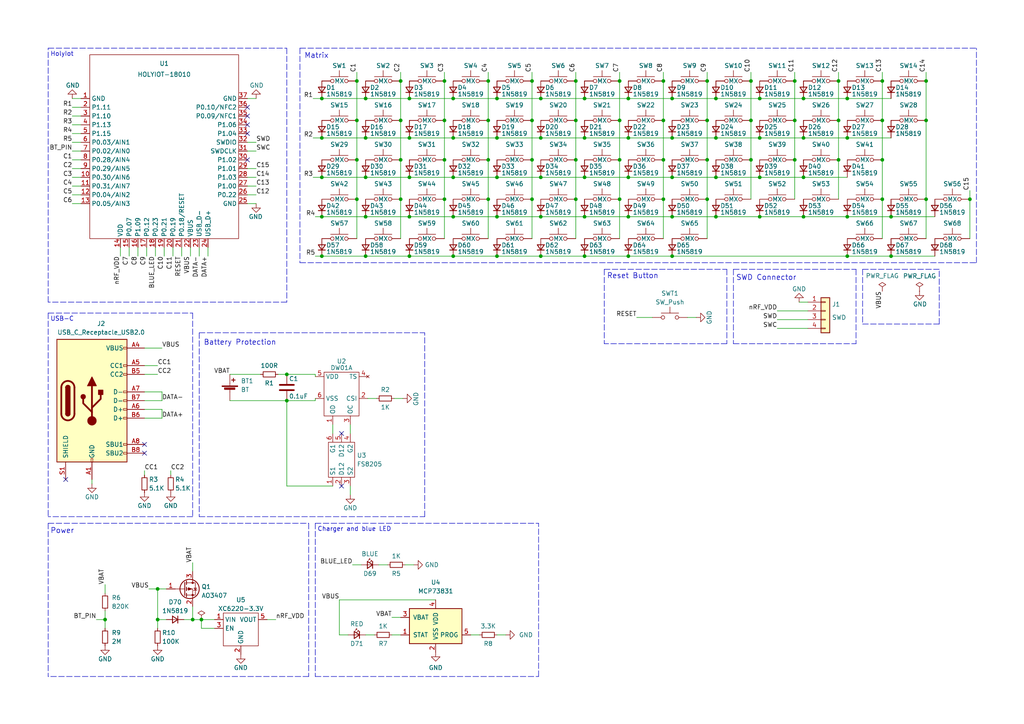
<source format=kicad_sch>
(kicad_sch (version 20211123) (generator eeschema)
  (paper "A4")
  (title_block (title "DNKR") (date "2023-01-04") (rev "1.0") (company "Ladniy"))
  (junction (at 106.045 28.575))
  (junction (at 118.745 28.575))
  (junction (at 207.645 62.865))
  (junction (at 220.345 40.005))
  (junction (at 154.305 46.355))
  (junction (at 116.205 46.355))
  (junction (at 281.305 57.785))
  (junction (at 156.845 74.295))
  (junction (at 169.545 62.865))
  (junction (at 258.445 74.295))
  (junction (at 106.045 62.865))
  (junction (at 245.745 62.865))
  (junction (at 220.345 62.865))
  (junction (at 156.845 51.435))
  (junction (at 179.705 46.355))
  (junction (at 141.605 57.785))
  (junction (at 192.405 23.495))
  (junction (at 103.505 34.925))
  (junction (at 116.205 57.785))
  (junction (at 182.245 40.005))
  (junction (at 205.105 57.785))
  (junction (at 118.745 62.865))
  (junction (at 230.505 23.495))
  (junction (at 233.045 28.575))
  (junction (at 141.605 23.495))
  (junction (at 179.705 23.495))
  (junction (at 106.045 51.435))
  (junction (at 245.745 74.295))
  (junction (at 55.88 179.705) (diameter 0.9144))
  (junction (at 144.145 74.295))
  (junction (at 167.005 57.785))
  (junction (at 230.505 46.355))
  (junction (at 103.505 46.355))
  (junction (at 93.345 40.005))
  (junction (at 192.405 46.355))
  (junction (at 243.205 46.355))
  (junction (at 131.445 62.865))
  (junction (at 194.945 51.435))
  (junction (at 194.945 40.005))
  (junction (at 233.045 51.435))
  (junction (at 128.905 57.785))
  (junction (at 182.245 74.295))
  (junction (at 220.345 51.435))
  (junction (at 169.545 28.575))
  (junction (at 144.145 62.865))
  (junction (at 192.405 34.925))
  (junction (at 128.905 23.495))
  (junction (at 207.645 40.005))
  (junction (at 93.345 28.575))
  (junction (at 194.945 74.295))
  (junction (at 230.505 34.925))
  (junction (at 255.905 34.925))
  (junction (at 207.645 51.435))
  (junction (at 131.445 40.005))
  (junction (at 243.205 23.495))
  (junction (at 255.905 46.355))
  (junction (at 45.72 170.815) (diameter 0.9144))
  (junction (at 217.805 23.495))
  (junction (at 194.945 62.865))
  (junction (at 217.805 46.355))
  (junction (at 220.345 28.575))
  (junction (at 182.245 28.575))
  (junction (at 245.745 28.575))
  (junction (at 154.305 23.495))
  (junction (at 217.805 34.925))
  (junction (at 169.545 74.295))
  (junction (at 167.005 34.925))
  (junction (at 131.445 51.435))
  (junction (at 131.445 28.575))
  (junction (at 167.005 46.355))
  (junction (at 93.345 62.865))
  (junction (at 30.48 179.705))
  (junction (at 245.745 40.005))
  (junction (at 93.345 51.435))
  (junction (at 179.705 34.925))
  (junction (at 194.945 28.575))
  (junction (at 258.445 62.865))
  (junction (at 233.045 62.865))
  (junction (at 268.605 34.925))
  (junction (at 205.105 46.355))
  (junction (at 106.045 74.295))
  (junction (at 243.205 34.925))
  (junction (at 141.605 46.355))
  (junction (at 144.145 51.435))
  (junction (at 192.405 57.785))
  (junction (at 83.185 108.585))
  (junction (at 207.645 28.575))
  (junction (at 141.605 34.925))
  (junction (at 255.905 57.785))
  (junction (at 268.605 57.785))
  (junction (at 179.705 57.785))
  (junction (at 118.745 51.435))
  (junction (at 182.245 51.435))
  (junction (at 156.845 28.575))
  (junction (at 103.505 57.785))
  (junction (at 116.205 23.495))
  (junction (at 128.905 46.355))
  (junction (at 255.905 23.495))
  (junction (at 83.185 116.205))
  (junction (at 118.745 40.005))
  (junction (at 128.905 34.925))
  (junction (at 156.845 40.005))
  (junction (at 116.205 34.925))
  (junction (at 45.72 179.705) (diameter 0.9144))
  (junction (at 118.745 74.295))
  (junction (at 233.045 40.005))
  (junction (at 144.145 40.005))
  (junction (at 182.245 62.865))
  (junction (at 205.105 23.495))
  (junction (at 268.605 23.495))
  (junction (at 156.845 62.865))
  (junction (at 169.545 40.005))
  (junction (at 106.045 40.005))
  (junction (at 154.305 34.925))
  (junction (at 131.445 74.295))
  (junction (at 205.105 34.925))
  (junction (at 144.145 28.575))
  (junction (at 103.505 23.495))
  (junction (at 58.42 179.705) (diameter 0.9144))
  (junction (at 93.345 74.295))
  (junction (at 167.005 23.495))
  (junction (at 169.545 51.435))
  (junction (at 154.305 57.785))
  (no_connect (at 71.755 38.735))
  (no_connect (at 41.91 128.905))
  (no_connect (at 71.755 33.655))
  (no_connect (at 71.755 36.195))
  (no_connect (at 19.05 139.065))
  (no_connect (at 71.755 31.115))
  (no_connect (at 71.755 46.355))
  (no_connect (at 41.91 131.445))
  (no_connect (at 99.06 125.73))
  (no_connect (at 99.06 140.97))
  (wire (pts (xy 20.955 46.355) (xy 23.495 46.355)))
  (polyline (pts (xy 250.19 78.105) (xy 272.415 78.105)))
  (polyline (pts (xy 272.415 93.98) (xy 272.415 78.105)))
  (wire (pts (xy 131.445 62.865) (xy 144.145 62.865)))
  (wire (pts (xy 57.785 71.755) (xy 57.785 74.295)))
  (wire (pts (xy 101.6 123.19) (xy 101.6 125.73)))
  (wire (pts (xy 106.045 28.575) (xy 118.745 28.575)))
  (wire (pts (xy 20.955 59.055) (xy 23.495 59.055)))
  (polyline (pts (xy 55.88 90.805) (xy 55.88 149.86)))
  (wire (pts (xy 58.42 182.245) (xy 62.23 182.245)))
  (polyline (pts (xy 55.88 149.86) (xy 13.97 149.86)) (stroke (width 0) (type dash)))
  (wire (pts (xy 167.005 57.785) (xy 167.005 69.215)))
  (wire (pts (xy 30.48 177.165) (xy 30.48 179.705)))
  (wire (pts (xy 103.505 46.355) (xy 103.505 57.785)))
  (polyline (pts (xy 91.44 151.765) (xy 91.44 196.215)))
  (wire (pts (xy 113.665 179.07) (xy 116.205 179.07)))
  (polyline (pts (xy 250.19 78.105) (xy 250.19 93.98)))
  (wire (pts (xy 118.745 28.575) (xy 131.445 28.575)))
  (polyline (pts (xy 248.285 78.105) (xy 248.285 99.695)))
  (wire (pts (xy 205.105 23.495) (xy 205.105 34.925)))
  (wire (pts (xy 118.745 74.295) (xy 131.445 74.295)))
  (wire (pts (xy 207.645 40.005) (xy 220.345 40.005)))
  (wire (pts (xy 55.88 179.705) (xy 58.42 179.705)))
  (wire (pts (xy 192.405 23.495) (xy 192.405 34.925)))
  (wire (pts (xy 230.505 20.955) (xy 230.505 23.495)))
  (wire (pts (xy 182.245 51.435) (xy 194.945 51.435)))
  (wire (pts (xy 98.425 173.99) (xy 98.425 184.15)))
  (wire (pts (xy 245.745 74.295) (xy 258.445 74.295)))
  (wire (pts (xy 116.205 23.495) (xy 116.205 34.925)))
  (wire (pts (xy 220.345 40.005) (xy 233.045 40.005)))
  (wire (pts (xy 179.705 20.955) (xy 179.705 23.495)))
  (polyline (pts (xy 13.97 151.765) (xy 89.535 151.765)))
  (wire (pts (xy 179.705 57.785) (xy 179.705 69.215)))
  (wire (pts (xy 199.39 92.075) (xy 201.93 92.075)))
  (wire (pts (xy 217.805 46.355) (xy 217.805 57.785)))
  (wire (pts (xy 41.91 116.205) (xy 46.99 116.205)))
  (wire (pts (xy 83.185 116.205) (xy 83.185 140.97)))
  (wire (pts (xy 52.705 71.755) (xy 52.705 74.295)))
  (wire (pts (xy 230.505 46.355) (xy 230.505 57.785)))
  (wire (pts (xy 154.305 23.495) (xy 154.305 34.925)))
  (wire (pts (xy 103.505 57.785) (xy 103.505 69.215)))
  (wire (pts (xy 192.405 34.925) (xy 192.405 46.355)))
  (wire (pts (xy 268.605 23.495) (xy 268.605 34.925)))
  (wire (pts (xy 20.955 48.895) (xy 23.495 48.895)))
  (wire (pts (xy 233.045 40.005) (xy 245.745 40.005)))
  (wire (pts (xy 98.425 173.99) (xy 126.365 173.99)))
  (wire (pts (xy 225.425 90.17) (xy 234.315 90.17)))
  (wire (pts (xy 116.205 57.785) (xy 116.205 69.215)))
  (wire (pts (xy 225.425 95.25) (xy 234.315 95.25)))
  (wire (pts (xy 194.945 51.435) (xy 207.645 51.435)))
  (wire (pts (xy 103.505 23.495) (xy 103.505 34.925)))
  (wire (pts (xy 182.245 28.575) (xy 194.945 28.575)))
  (polyline (pts (xy 250.19 93.98) (xy 272.415 93.98)))
  (wire (pts (xy 49.53 136.525) (xy 49.53 137.795)))
  (wire (pts (xy 268.605 57.785) (xy 268.605 69.215)))
  (wire (pts (xy 154.305 46.355) (xy 154.305 57.785)))
  (polyline (pts (xy 13.97 151.765) (xy 13.97 196.215)))
  (wire (pts (xy 281.305 55.245) (xy 281.305 57.785)))
  (wire (pts (xy 91.44 62.865) (xy 93.345 62.865)))
  (wire (pts (xy 41.91 113.665) (xy 46.99 113.665)))
  (wire (pts (xy 30.48 179.705) (xy 30.48 182.245)))
  (polyline (pts (xy 210.82 99.695) (xy 175.26 99.695)))
  (wire (pts (xy 71.755 51.435) (xy 74.295 51.435)))
  (wire (pts (xy 268.605 20.955) (xy 268.605 23.495)))
  (wire (pts (xy 114.3 115.57) (xy 116.84 115.57)))
  (wire (pts (xy 71.755 59.055) (xy 74.295 59.055)))
  (wire (pts (xy 20.955 31.115) (xy 23.495 31.115)))
  (wire (pts (xy 144.145 28.575) (xy 156.845 28.575)))
  (wire (pts (xy 255.905 20.955) (xy 255.905 23.495)))
  (wire (pts (xy 66.675 108.585) (xy 75.565 108.585)))
  (wire (pts (xy 154.305 34.925) (xy 154.305 46.355)))
  (polyline (pts (xy 13.97 13.97) (xy 83.185 13.97)))
  (wire (pts (xy 41.91 100.965) (xy 46.99 100.965)))
  (wire (pts (xy 20.955 43.815) (xy 23.495 43.815)))
  (wire (pts (xy 243.205 34.925) (xy 243.205 46.355)))
  (wire (pts (xy 136.525 184.15) (xy 139.065 184.15)))
  (wire (pts (xy 245.745 40.005) (xy 258.445 40.005)))
  (wire (pts (xy 144.145 51.435) (xy 156.845 51.435)))
  (wire (pts (xy 96.52 123.19) (xy 96.52 125.73)))
  (wire (pts (xy 194.945 62.865) (xy 207.645 62.865)))
  (wire (pts (xy 41.91 136.525) (xy 41.91 137.795)))
  (wire (pts (xy 20.955 51.435) (xy 23.495 51.435)))
  (wire (pts (xy 66.675 116.205) (xy 83.185 116.205)))
  (polyline (pts (xy 86.995 76.2) (xy 283.21 76.2)))
  (wire (pts (xy 194.945 28.575) (xy 207.645 28.575)))
  (wire (pts (xy 169.545 40.005) (xy 182.245 40.005)))
  (wire (pts (xy 156.845 40.005) (xy 169.545 40.005)))
  (wire (pts (xy 141.605 23.495) (xy 141.605 34.925)))
  (wire (pts (xy 207.645 28.575) (xy 220.345 28.575)))
  (wire (pts (xy 245.745 28.575) (xy 258.445 28.575)))
  (wire (pts (xy 167.005 23.495) (xy 167.005 34.925)))
  (wire (pts (xy 128.905 23.495) (xy 128.905 34.925)))
  (wire (pts (xy 26.67 139.065) (xy 26.67 140.335)))
  (wire (pts (xy 154.305 20.955) (xy 154.305 23.495)))
  (wire (pts (xy 55.88 163.195) (xy 55.88 165.735)))
  (polyline (pts (xy 212.725 78.105) (xy 248.285 78.105)) (stroke (width 0) (type dash)))
  (wire (pts (xy 144.145 62.865) (xy 156.845 62.865)))
  (wire (pts (xy 83.185 108.585) (xy 91.44 108.585)))
  (wire (pts (xy 225.425 92.71) (xy 234.315 92.71)))
  (wire (pts (xy 71.755 56.515) (xy 74.295 56.515)))
  (wire (pts (xy 83.185 140.97) (xy 96.52 140.97)))
  (wire (pts (xy 281.305 57.785) (xy 281.305 69.215)))
  (wire (pts (xy 169.545 28.575) (xy 182.245 28.575)))
  (wire (pts (xy 71.755 28.575) (xy 74.295 28.575)))
  (polyline (pts (xy 13.97 87.63) (xy 13.97 13.97)))
  (wire (pts (xy 53.34 179.705) (xy 55.88 179.705)))
  (wire (pts (xy 77.47 179.705) (xy 80.01 179.705)))
  (wire (pts (xy 233.045 28.575) (xy 245.745 28.575)))
  (wire (pts (xy 102.235 163.83) (xy 104.775 163.83)))
  (wire (pts (xy 71.755 48.895) (xy 74.295 48.895)))
  (wire (pts (xy 93.345 74.295) (xy 106.045 74.295)))
  (wire (pts (xy 217.805 20.955) (xy 217.805 23.495)))
  (wire (pts (xy 20.955 33.655) (xy 23.495 33.655)))
  (wire (pts (xy 258.445 74.295) (xy 271.145 74.295)))
  (wire (pts (xy 106.045 40.005) (xy 118.745 40.005)))
  (wire (pts (xy 258.445 62.865) (xy 271.145 62.865)))
  (wire (pts (xy 41.91 121.285) (xy 46.99 121.285)))
  (wire (pts (xy 156.845 28.575) (xy 169.545 28.575)))
  (wire (pts (xy 255.905 57.785) (xy 255.905 69.215)))
  (wire (pts (xy 55.245 71.755) (xy 55.245 74.295)))
  (wire (pts (xy 118.745 51.435) (xy 131.445 51.435)))
  (wire (pts (xy 169.545 62.865) (xy 182.245 62.865)))
  (wire (pts (xy 179.705 34.925) (xy 179.705 46.355)))
  (wire (pts (xy 156.845 74.295) (xy 169.545 74.295)))
  (wire (pts (xy 184.658 92.075) (xy 189.23 92.075)))
  (wire (pts (xy 167.005 46.355) (xy 167.005 57.785)))
  (wire (pts (xy 20.955 28.575) (xy 23.495 28.575)))
  (wire (pts (xy 45.72 179.705) (xy 45.72 182.245)))
  (wire (pts (xy 217.805 34.925) (xy 217.805 46.355)))
  (wire (pts (xy 106.045 184.15) (xy 108.585 184.15)))
  (wire (pts (xy 46.99 113.665) (xy 46.99 116.205)))
  (wire (pts (xy 217.805 23.495) (xy 217.805 34.925)))
  (wire (pts (xy 230.505 34.925) (xy 230.505 46.355)))
  (wire (pts (xy 182.245 74.295) (xy 194.945 74.295)))
  (polyline (pts (xy 89.535 196.215) (xy 13.97 196.215)))
  (wire (pts (xy 91.44 108.585) (xy 91.44 109.22)))
  (wire (pts (xy 255.905 46.355) (xy 255.905 57.785)))
  (polyline (pts (xy 91.44 196.215) (xy 156.21 196.215)))
  (polyline (pts (xy 83.185 13.97) (xy 83.185 87.63)))
  (wire (pts (xy 106.045 62.865) (xy 118.745 62.865)))
  (wire (pts (xy 243.205 23.495) (xy 243.205 34.925)))
  (wire (pts (xy 128.905 46.355) (xy 128.905 57.785)))
  (wire (pts (xy 207.645 51.435) (xy 220.345 51.435)))
  (wire (pts (xy 144.145 74.295) (xy 156.845 74.295)))
  (wire (pts (xy 205.105 34.925) (xy 205.105 46.355)))
  (wire (pts (xy 106.045 51.435) (xy 118.745 51.435)))
  (wire (pts (xy 58.42 179.705) (xy 62.23 179.705)))
  (wire (pts (xy 41.91 108.585) (xy 45.72 108.585)))
  (polyline (pts (xy 212.725 99.695) (xy 248.285 99.695)) (stroke (width 0) (type dash)))
  (polyline (pts (xy 156.21 196.215) (xy 156.21 151.765)))
  (wire (pts (xy 90.805 28.575) (xy 93.345 28.575)))
  (wire (pts (xy 71.755 53.975) (xy 74.295 53.975)))
  (wire (pts (xy 192.405 20.955) (xy 192.405 23.495)))
  (wire (pts (xy 192.405 46.355) (xy 192.405 57.785)))
  (wire (pts (xy 131.445 28.575) (xy 144.145 28.575)))
  (wire (pts (xy 46.99 118.745) (xy 46.99 121.285)))
  (wire (pts (xy 83.185 116.205) (xy 91.44 116.205)))
  (wire (pts (xy 109.855 163.83) (xy 112.395 163.83)))
  (wire (pts (xy 45.085 71.755) (xy 45.085 74.295)))
  (wire (pts (xy 179.705 23.495) (xy 179.705 34.925)))
  (wire (pts (xy 20.955 56.515) (xy 23.495 56.515)))
  (wire (pts (xy 117.475 163.83) (xy 120.015 163.83)))
  (wire (pts (xy 230.505 23.495) (xy 230.505 34.925)))
  (wire (pts (xy 220.345 28.575) (xy 233.045 28.575)))
  (wire (pts (xy 128.905 57.785) (xy 128.905 69.215)))
  (wire (pts (xy 131.445 51.435) (xy 144.145 51.435)))
  (wire (pts (xy 42.545 71.755) (xy 42.545 74.295)))
  (wire (pts (xy 71.755 41.275) (xy 74.295 41.275)))
  (polyline (pts (xy 57.785 149.86) (xy 123.19 149.86)))
  (wire (pts (xy 141.605 57.785) (xy 141.605 69.215)))
  (polyline (pts (xy 86.995 13.97) (xy 86.995 76.2)))
  (wire (pts (xy 101.6 140.97) (xy 101.6 143.51)))
  (polyline (pts (xy 83.185 87.63) (xy 13.97 87.63)))
  (wire (pts (xy 154.305 57.785) (xy 154.305 69.215)))
  (wire (pts (xy 205.105 46.355) (xy 205.105 57.785)))
  (wire (pts (xy 113.665 184.15) (xy 116.205 184.15)))
  (wire (pts (xy 20.955 36.195) (xy 23.495 36.195)))
  (wire (pts (xy 205.105 20.955) (xy 205.105 23.495)))
  (wire (pts (xy 182.245 40.005) (xy 194.945 40.005)))
  (wire (pts (xy 182.245 62.865) (xy 194.945 62.865)))
  (wire (pts (xy 268.605 34.925) (xy 268.605 57.785)))
  (wire (pts (xy 47.625 71.755) (xy 47.625 74.295)))
  (wire (pts (xy 144.145 184.15) (xy 146.685 184.15)))
  (wire (pts (xy 233.045 62.865) (xy 245.745 62.865)))
  (wire (pts (xy 20.955 41.275) (xy 23.495 41.275)))
  (wire (pts (xy 141.605 46.355) (xy 141.605 57.785)))
  (polyline (pts (xy 89.535 151.765) (xy 89.535 196.215)))
  (wire (pts (xy 60.325 71.755) (xy 60.325 74.295)))
  (wire (pts (xy 20.955 53.975) (xy 23.495 53.975)))
  (wire (pts (xy 20.955 38.735) (xy 23.495 38.735)))
  (polyline (pts (xy 13.97 90.805) (xy 13.97 149.86)))
  (wire (pts (xy 243.205 46.355) (xy 243.205 57.785)))
  (wire (pts (xy 41.91 106.045) (xy 45.72 106.045)))
  (wire (pts (xy 245.745 62.865) (xy 258.445 62.865)))
  (wire (pts (xy 103.505 34.925) (xy 103.505 46.355)))
  (wire (pts (xy 98.425 184.15) (xy 100.965 184.15)))
  (wire (pts (xy 40.005 71.755) (xy 40.005 74.295)))
  (wire (pts (xy 93.345 40.005) (xy 106.045 40.005)))
  (wire (pts (xy 179.705 46.355) (xy 179.705 57.785)))
  (wire (pts (xy 243.205 20.955) (xy 243.205 23.495)))
  (wire (pts (xy 55.88 175.895) (xy 55.88 179.705)))
  (wire (pts (xy 45.72 170.815) (xy 45.72 179.705)))
  (wire (pts (xy 128.905 34.925) (xy 128.905 46.355)))
  (wire (pts (xy 30.48 169.545) (xy 30.48 172.085)))
  (wire (pts (xy 194.945 40.005) (xy 207.645 40.005)))
  (polyline (pts (xy 210.82 78.105) (xy 210.82 99.695)))
  (wire (pts (xy 233.045 51.435) (xy 245.745 51.435)))
  (wire (pts (xy 90.805 40.005) (xy 93.345 40.005)))
  (wire (pts (xy 37.465 71.755) (xy 37.465 74.295)))
  (wire (pts (xy 116.205 20.955) (xy 116.205 23.495)))
  (polyline (pts (xy 13.97 90.805) (xy 55.88 90.805)) (stroke (width 0) (type dash)))
  (wire (pts (xy 116.205 34.925) (xy 116.205 46.355)))
  (wire (pts (xy 255.905 34.925) (xy 255.905 46.355)))
  (wire (pts (xy 194.945 74.295) (xy 245.745 74.295)))
  (polyline (pts (xy 57.785 96.52) (xy 57.785 149.86)))
  (wire (pts (xy 167.005 20.955) (xy 167.005 23.495)))
  (wire (pts (xy 90.805 51.435) (xy 93.345 51.435)))
  (polyline (pts (xy 57.785 96.52) (xy 123.19 96.52)))
  (wire (pts (xy 220.345 62.865) (xy 233.045 62.865)))
  (wire (pts (xy 118.745 40.005) (xy 131.445 40.005)))
  (wire (pts (xy 106.68 115.57) (xy 109.22 115.57)))
  (wire (pts (xy 58.42 179.705) (xy 58.42 182.245)))
  (wire (pts (xy 71.755 43.815) (xy 74.295 43.815)))
  (wire (pts (xy 220.345 51.435) (xy 233.045 51.435)))
  (polyline (pts (xy 212.725 78.105) (xy 212.725 99.695)))
  (wire (pts (xy 43.18 170.815) (xy 45.72 170.815)))
  (wire (pts (xy 156.845 62.865) (xy 169.545 62.865)))
  (polyline (pts (xy 175.26 78.105) (xy 210.82 78.105)) (stroke (width 0) (type dash)))
  (polyline (pts (xy 86.995 13.97) (xy 283.21 13.97)))
  (polyline (pts (xy 91.44 151.765) (xy 156.21 151.765)))
  (wire (pts (xy 231.775 87.63) (xy 234.315 87.63)))
  (wire (pts (xy 205.105 57.785) (xy 205.105 69.215)))
  (wire (pts (xy 93.345 62.865) (xy 106.045 62.865)))
  (wire (pts (xy 45.72 170.815) (xy 48.26 170.815)))
  (wire (pts (xy 34.925 71.755) (xy 34.925 74.295)))
  (wire (pts (xy 45.72 179.705) (xy 48.26 179.705)))
  (wire (pts (xy 128.905 20.955) (xy 128.905 23.495)))
  (wire (pts (xy 80.645 108.585) (xy 83.185 108.585)))
  (wire (pts (xy 91.44 74.295) (xy 93.345 74.295)))
  (wire (pts (xy 167.005 34.925) (xy 167.005 46.355)))
  (wire (pts (xy 131.445 40.005) (xy 144.145 40.005)))
  (wire (pts (xy 144.145 40.005) (xy 156.845 40.005)))
  (polyline (pts (xy 283.21 76.2) (xy 283.21 13.97)))
  (wire (pts (xy 27.94 179.705) (xy 30.48 179.705)))
  (polyline (pts (xy 175.26 78.105) (xy 175.26 99.695)))
  (wire (pts (xy 156.845 51.435) (xy 169.545 51.435)))
  (wire (pts (xy 50.165 71.755) (xy 50.165 74.295)))
  (wire (pts (xy 255.905 23.495) (xy 255.905 34.925)))
  (wire (pts (xy 141.605 20.955) (xy 141.605 23.495)))
  (wire (pts (xy 106.045 74.295) (xy 118.745 74.295)))
  (wire (pts (xy 169.545 51.435) (xy 182.245 51.435)))
  (wire (pts (xy 141.605 34.925) (xy 141.605 46.355)))
  (wire (pts (xy 131.445 74.295) (xy 144.145 74.295)))
  (wire (pts (xy 118.745 62.865) (xy 131.445 62.865)))
  (wire (pts (xy 207.645 62.865) (xy 220.345 62.865)))
  (wire (pts (xy 103.505 20.955) (xy 103.505 23.495)))
  (wire (pts (xy 169.545 74.295) (xy 182.245 74.295)))
  (wire (pts (xy 91.44 116.205) (xy 91.44 115.57)))
  (polyline (pts (xy 123.19 149.86) (xy 123.19 96.52)))
  (wire (pts (xy 93.345 28.575) (xy 106.045 28.575)))
  (wire (pts (xy 41.91 118.745) (xy 46.99 118.745)))
  (wire (pts (xy 116.205 46.355) (xy 116.205 57.785)))
  (wire (pts (xy 192.405 57.785) (xy 192.405 69.215)))
  (wire (pts (xy 93.345 51.435) (xy 106.045 51.435)))
  (text "HolyIot" (at 14.605 16.51 0) (effects (font (size 1.27 1.27)) (justify left bottom)))
  (text "USB-C" (at 14.605 93.345 0) (effects (font (size 1.27 1.27)) (justify left bottom)))
  (text "Power" (at 14.605 154.94 0) (effects (font (size 1.524 1.524)) (justify left bottom)))
  (text "Matrix" (at 88.265 17.145 0) (effects (font (size 1.524 1.524)) (justify left bottom)))
  (text "SWD Сonnector" (at 213.487 81.534 0) (effects (font (size 1.524 1.524)) (justify left bottom)))
  (text "Reset Button" (at 176.022 81.026 0) (effects (font (size 1.524 1.524)) (justify left bottom)))
  (text "Charger and blue LED" (at 92.075 154.305 0) (effects (font (size 1.27 1.27)) (justify left bottom)))
  (text "Battery Protection" (at 59.055 100.33 0) (effects (font (size 1.524 1.524)) (justify left bottom)))
  (label "C5" (at 154.305 20.955 90))
  (label "R5" (at 20.955 41.275 180))
  (label "C13" (at 74.295 53.975 0))
  (label "C2" (at 20.955 48.895 180))
  (label "DATA+" (at 60.325 74.295 270))
  (label "nRF_VDD" (at 225.425 90.17 180))
  (label "C10" (at 217.805 20.955 90))
  (label "C3" (at 20.955 51.435 180))
  (label "SWC" (at 225.425 95.25 180))
  (label "C6" (at 20.955 59.055 180))
  (label "C3" (at 128.905 20.955 90))
  (label "R4" (at 20.955 38.735 180))
  (label "C13" (at 255.905 20.955 90))
  (label "R1" (at 20.955 31.115 180))
  (label "C1" (at 103.505 20.955 90))
  (label "R3" (at 90.805 51.435 180))
  (label "C7" (at 37.465 74.295 270))
  (label "R3" (at 20.955 36.195 180))
  (label "CC2" (at 49.53 136.525 0))
  (label "C10" (at 47.625 74.295 270))
  (label "VBAT" (at 55.88 163.195 90))
  (label "C8" (at 192.405 20.955 90))
  (label "C14" (at 74.295 51.435 0))
  (label "C8" (at 40.005 74.295 270))
  (label "CC2" (at 45.72 108.585 0))
  (label "DATA-" (at 57.785 74.295 270))
  (label "C12" (at 74.295 56.515 0))
  (label "C14" (at 268.605 20.955 90))
  (label "SWC" (at 74.295 43.815 0))
  (label "C15" (at 74.295 48.895 0))
  (label "VBUS" (at 255.905 84.455 270))
  (label "C11" (at 50.165 74.295 270))
  (label "DATA+" (at 46.99 121.285 0))
  (label "C6" (at 167.005 20.955 90))
  (label "C12" (at 243.205 20.955 90))
  (label "R2" (at 20.955 33.655 180))
  (label "SWD" (at 74.295 41.275 0))
  (label "VBUS" (at 46.99 100.965 0))
  (label "C9" (at 42.545 74.295 270))
  (label "C4" (at 141.605 20.955 90))
  (label "R2" (at 90.805 40.005 180))
  (label "DATA-" (at 46.99 116.205 0))
  (label "VBUS" (at 98.425 173.99 180))
  (label "C4" (at 20.955 53.975 180))
  (label "nRF_VDD" (at 34.925 74.295 270))
  (label "BT_PIN" (at 20.955 43.815 180))
  (label "BLUE_LED" (at 45.085 74.295 270))
  (label "nRF_VDD" (at 80.01 179.705 0))
  (label "VBUS" (at 43.18 170.815 180))
  (label "C5" (at 20.955 56.515 180))
  (label "C1" (at 20.955 46.355 180))
  (label "BT_PIN" (at 27.94 179.705 180))
  (label "CC1" (at 41.91 136.525 0))
  (label "RESET" (at 184.658 92.075 180))
  (label "C7" (at 179.705 20.955 90))
  (label "RESET" (at 52.705 74.295 270))
  (label "C9" (at 205.105 20.955 90))
  (label "VBAT" (at 66.675 108.585 180))
  (label "VBAT" (at 113.665 179.07 180))
  (label "R4" (at 91.44 62.865 180))
  (label "C15" (at 281.305 55.245 90))
  (label "CC1" (at 45.72 106.045 0))
  (label "R5" (at 91.44 74.295 180))
  (label "VBAT" (at 30.48 169.545 90))
  (label "R1" (at 90.805 28.575 180))
  (label "VBUS" (at 55.245 74.295 270))
  (label "SWD" (at 225.425 92.71 180))
  (label "C2" (at 116.205 20.955 90))
  (label "BLUE_LED" (at 102.235 163.83 180))
  (label "C11" (at 230.505 20.955 90))
  (symbol (lib_id "Device:D_Small") (at 258.445 71.755 90) (unit 1)
    (property "Reference" "D67" (at 259.715 71.12 90) (effects (justify right)))
    (property "Value" "1N5819" (at 259.715 73.025 90) (effects (justify right)))
  )
  (symbol (lib_id "Device:D_Small") (at 131.445 37.465 90) (unit 1)
    (property "Reference" "D18" (at 132.715 36.83 90) (effects (justify right)))
    (property "Value" "1N5819" (at 132.715 38.735 90) (effects (justify right)))
  )
  (symbol (lib_id "Switch:SW_Push") (at 98.425 34.925 0) (unit 1)
    (property "Reference" "SW15" (at 98.425 30.48 0))
    (property "Value" "MX" (at 98.425 34.925 0))
  )
  (symbol (lib_id "Switch:SW_Push") (at 212.725 34.925 0) (unit 1)
    (property "Reference" "SW24" (at 212.725 30.48 0))
    (property "Value" "MX" (at 212.725 34.925 0))
  )
  (symbol (lib_id "Switch:SW_Push") (at 187.325 69.215 0) (unit 1)
    (property "Reference" "SW64" (at 187.325 64.77 0))
    (property "Value" "MX" (at 187.325 69.215 0))
  )
  (symbol (lib_id "Device:D_Small") (at 182.245 26.035 90) (unit 1)
    (property "Reference" "D8" (at 183.515 25.4 90) (effects (justify right)))
    (property "Value" "1N5819" (at 183.515 27.305 90) (effects (justify right)))
  )
  (symbol (lib_id "Switch:SW_Push") (at 111.125 57.785 0) (unit 1)
    (property "Reference" "SW43" (at 111.125 53.34 0))
    (property "Value" "MX" (at 111.125 57.785 0))
  )
  (symbol (lib_id "Device:R_Small") (at 78.105 108.585 90) (unit 1)
    (property "Reference" "R1" (at 78.105 111.125 90))
    (property "Value" "100R" (at 78.105 106.045 90))
  )
  (symbol (lib_id "Switch:SW_Push") (at 161.925 69.215 0) (unit 1)
    (property "Reference" "SW62" (at 161.925 64.77 0))
    (property "Value" "MX" (at 161.925 69.215 0))
  )
  (symbol (lib_id "Switch:SW_Push") (at 187.325 57.785 0) (unit 1)
    (property "Reference" "SW49" (at 187.325 53.34 0))
    (property "Value" "MX" (at 187.325 57.785 0))
  )
  (symbol (lib_id "Device:D_Small") (at 50.8 179.705 180) (unit 1)
    (property "Reference" "D70" (at 50.8 174.625 0))
    (property "Value" "1N5819" (at 50.8 177.165 0))
    (property "Footprint" "TK44:D_SOD-123" (effects hide))
  )
  (symbol (lib_id "Device:R_Small") (at 141.605 184.15 90) (unit 1)
    (property "Reference" "R8" (at 141.605 186.69 90))
    (property "Value" "3.3K" (at 141.605 181.61 90))
    (property "Footprint" "TK44:R_0603" (effects hide))
  )
  (symbol (lib_id "power:GND") (at 146.685 184.15 90) (unit 1)
    (property "Reference" "#PWR013" (effects hide))
    (property "Value" "GND" (at 150.495 184.1499 90) (effects (justify right)))
  )
  (symbol (lib_id "power:GND") (at 266.7 84.455 0) (unit 1)
    (property "Reference" "#PWR04" (effects hide))
    (property "Value" "GND" (at 266.827 88.2142 0))
  )
  (symbol (lib_id "Switch:SW_Push") (at 263.525 57.785 0) (unit 1)
    (property "Reference" "SW55" (at 263.525 53.34 0))
    (property "Value" "MX" (at 263.525 57.785 0))
  )
  (symbol (lib_id "Device:D_Small") (at 182.245 37.465 90) (unit 1)
    (property "Reference" "D22" (at 183.515 36.83 90) (effects (justify right)))
    (property "Value" "1N5819" (at 183.515 38.735 90) (effects (justify right)))
  )
  (symbol (lib_id "Device:D_Small") (at 93.345 60.325 90) (unit 1)
    (property "Reference" "D42" (at 94.615 59.69 90) (effects (justify right)))
    (property "Value" "1N5819" (at 94.615 61.595 90) (effects (justify right)))
  )
  (symbol (lib_id "Switch:SW_Push") (at 225.425 34.925 0) (unit 1)
    (property "Reference" "SW25" (at 225.425 30.48 0))
    (property "Value" "MX" (at 225.425 34.925 0))
  )
  (symbol (lib_id "Device:D_Small") (at 118.745 26.035 90) (unit 1)
    (property "Reference" "D3" (at 120.015 25.4 90) (effects (justify right)))
    (property "Value" "1N5819" (at 120.015 27.305 90) (effects (justify right)))
  )
  (symbol (lib_id "power:GND") (at 30.48 187.325 0) (unit 1)
    (property "Reference" "#PWR014" (effects hide))
    (property "Value" "GND" (at 30.48 191.135 0))
  )
  (symbol (lib_id "Switch:SW_Push") (at 250.825 46.355 0) (unit 1)
    (property "Reference" "SW41" (at 250.825 41.91 0))
    (property "Value" "MX" (at 250.825 46.355 0))
  )
  (symbol (lib_id "Device:D_Small") (at 271.145 71.755 90) (unit 1)
    (property "Reference" "D68" (at 272.415 71.12 90) (effects (justify right)))
    (property "Value" "1N5819" (at 272.415 73.025 90) (effects (justify right)))
  )
  (symbol (lib_id "Device:D_Small") (at 131.445 48.895 90) (unit 1)
    (property "Reference" "D32" (at 132.715 48.26 90) (effects (justify right)))
    (property "Value" "1N5819" (at 132.715 50.165 90) (effects (justify right)))
  )
  (symbol (lib_id "power:GND") (at 126.365 189.23 0) (unit 1)
    (property "Reference" "#PWR016" (effects hide))
    (property "Value" "GND" (at 126.365 193.675 0))
  )
  (symbol (lib_id "Device:D_Small") (at 258.445 37.465 90) (unit 1)
    (property "Reference" "D28" (at 259.715 36.83 90) (effects (justify right)))
    (property "Value" "1N5819" (at 259.715 38.735 90) (effects (justify right)))
  )
  (symbol (lib_id "Device:R_Small") (at 41.91 140.335 0) (unit 1)
    (property "Reference" "R3" (at 43.18 139.0649 0) (effects (justify left)))
    (property "Value" "5.1K" (at 43.18 141.6049 0) (effects (justify left)))
    (property "Footprint" "TK44:R_0603" (effects hide))
  )
  (symbol (lib_id "Device:D_Small") (at 182.245 48.895 90) (unit 1)
    (property "Reference" "D36" (at 183.515 48.26 90) (effects (justify right)))
    (property "Value" "1N5819" (at 183.515 50.165 90) (effects (justify right)))
  )
  (symbol (lib_id "Device:D_Small") (at 144.145 37.465 90) (unit 1)
    (property "Reference" "D19" (at 145.415 36.83 90) (effects (justify right)))
    (property "Value" "1N5819" (at 145.415 38.735 90) (effects (justify right)))
  )
  (symbol (lib_id "Device:D_Small") (at 194.945 37.465 90) (unit 1)
    (property "Reference" "D23" (at 196.215 36.83 90) (effects (justify right)))
    (property "Value" "1N5819" (at 196.215 38.735 90) (effects (justify right)))
  )
  (symbol (lib_id "Symbol-Library:DW01A") (at 99.06 114.3 0) (unit 1)
    (property "Reference" "U2" (at 99.06 104.775 0))
    (property "Value" "DW01A" (at 99.06 106.68 0))
  )
  (symbol (lib_id "Switch:SW_Push") (at 238.125 23.495 0) (unit 1)
    (property "Reference" "SW12" (at 238.125 19.05 0))
    (property "Value" "MX" (at 238.125 23.495 0))
  )
  (symbol (lib_id "Device:D_Small") (at 233.045 26.035 90) (unit 1)
    (property "Reference" "D12" (at 234.315 25.4 90) (effects (justify right)))
    (property "Value" "1N5819" (at 234.315 27.305 90) (effects (justify right)))
  )
  (symbol (lib_id "Switch:SW_Push") (at 187.325 46.355 0) (unit 1)
    (property "Reference" "SW36" (at 187.325 41.91 0))
    (property "Value" "MX" (at 187.325 46.355 0))
  )
  (symbol (lib_id "Switch:SW_Push") (at 212.725 57.785 0) (unit 1)
    (property "Reference" "SW51" (at 212.725 53.34 0))
    (property "Value" "MX" (at 212.725 57.785 0))
  )
  (symbol (lib_id "Switch:SW_Push") (at 161.925 34.925 0) (unit 1)
    (property "Reference" "SW20" (at 161.925 30.48 0))
    (property "Value" "MX" (at 161.925 34.925 0))
  )
  (symbol (lib_id "power:GND") (at 20.955 28.575 180) (unit 1)
    (property "Reference" "#PWR01" (effects hide))
    (property "Value" "GND" (at 19.05 24.765 0) (effects (justify right)))
  )
  (symbol (lib_id "Device:D_Small") (at 169.545 60.325 90) (unit 1)
    (property "Reference" "D48" (at 170.815 59.69 90) (effects (justify right)))
    (property "Value" "1N5819" (at 170.815 61.595 90) (effects (justify right)))
  )
  (symbol (lib_id "Switch:SW_Push") (at 161.925 23.495 0) (unit 1)
    (property "Reference" "SW6" (at 161.925 19.05 0))
    (property "Value" "MX" (at 161.925 23.495 0))
  )
  (symbol (lib_id "Device:D_Small") (at 271.145 60.325 90) (unit 1)
    (property "Reference" "D56" (at 272.415 59.69 90) (effects (justify right)))
    (property "Value" "1N5819" (at 272.415 61.595 90) (effects (justify right)))
  )
  (symbol (lib_id "Switch:SW_Push") (at 238.125 57.785 0) (unit 1)
    (property "Reference" "SW53" (at 238.125 53.34 0))
    (property "Value" "MX" (at 238.125 57.785 0))
  )
  (symbol (lib_id "Device:D_Small") (at 207.645 37.465 90) (unit 1)
    (property "Reference" "D24" (at 208.915 36.83 90) (effects (justify right)))
    (property "Value" "1N5819" (at 208.915 38.735 90) (effects (justify right)))
  )
  (symbol (lib_id "Connector:USB_C_Receptacle_USB2.0") (at 26.67 116.205 0) (unit 1)
    (property "Reference" "J2" (at 29.337 93.853 0))
    (property "Value" "USB_C_Receptacle_USB2.0" (at 29.337 96.393 0))
    (property "Footprint" "TK44:USB-C-C168688" (effects hide))
    (property "Datasheet" "https://www.usb.org/sites/default/files/documents/usb_type-c.zip" (effects hide))
  )
  (symbol (lib_id "Device:D_Small") (at 144.145 48.895 90) (unit 1)
    (property "Reference" "D33" (at 145.415 48.26 90) (effects (justify right)))
    (property "Value" "1N5819" (at 145.415 50.165 90) (effects (justify right)))
  )
  (symbol (lib_id "Device:D_Small") (at 233.045 60.325 90) (unit 1)
    (property "Reference" "D53" (at 234.315 59.69 90) (effects (justify right)))
    (property "Value" "1N5819" (at 234.315 61.595 90) (effects (justify right)))
  )
  (symbol (lib_id "Switch:SW_Push") (at 225.425 57.785 0) (unit 1)
    (property "Reference" "SW52" (at 225.425 53.34 0))
    (property "Value" "MX" (at 225.425 57.785 0))
  )
  (symbol (lib_id "Switch:SW_Push") (at 174.625 34.925 0) (unit 1)
    (property "Reference" "SW21" (at 174.625 30.48 0))
    (property "Value" "MX" (at 174.625 34.925 0))
  )
  (symbol (lib_id "Device:D_Small") (at 156.845 60.325 90) (unit 1)
    (property "Reference" "D47" (at 158.115 59.69 90) (effects (justify right)))
    (property "Value" "1N5819" (at 158.115 61.595 90) (effects (justify right)))
  )
  (symbol (lib_id "Device:LED_Small") (at 107.315 163.83 0) (mirror y) (unit 1)
    (property "Reference" "D69" (at 107.315 166.37 0))
    (property "Value" "BLUE" (at 107.315 160.655 0))
    (property "Footprint" "TK44:LED_0603" (effects hide))
  )
  (symbol (lib_id "Switch:SW_Push") (at 263.525 34.925 0) (unit 1)
    (property "Reference" "SW28" (at 263.525 30.48 0))
    (property "Value" "MX" (at 263.525 34.925 0))
  )
  (symbol (lib_id "Switch:SW_Push") (at 276.225 69.215 0) (unit 1)
    (property "Reference" "SW68" (at 276.225 64.77 0))
    (property "Value" "MX" (at 276.225 69.215 0))
  )
  (symbol (lib_id "Device:D_Small") (at 93.345 26.035 90) (unit 1)
    (property "Reference" "D1" (at 94.615 25.4 90) (effects (justify right)))
    (property "Value" "1N5819" (at 94.615 27.305 90) (effects (justify right)))
  )
  (symbol (lib_id "Device:D_Small") (at 169.545 48.895 90) (unit 1)
    (property "Reference" "D35" (at 170.815 48.26 90) (effects (justify right)))
    (property "Value" "1N5819" (at 170.815 50.165 90) (effects (justify right)))
  )
  (symbol (lib_id "Switch:SW_Push") (at 161.925 46.355 0) (unit 1)
    (property "Reference" "SW34" (at 161.925 41.91 0))
    (property "Value" "MX" (at 161.925 46.355 0))
  )
  (symbol (lib_id "Device:D_Small") (at 106.045 37.465 90) (unit 1)
    (property "Reference" "D16" (at 107.315 36.83 90) (effects (justify right)))
    (property "Value" "1N5819" (at 107.315 38.735 90) (effects (justify right)))
  )
  (symbol (lib_id "Symbol-Library:XC6220") (at 69.85 182.245 0) (unit 1)
    (property "Reference" "U5" (at 69.85 173.99 0))
    (property "Value" "XC6220-3.3V" (at 69.85 176.53 0))
    (property "Footprint" "TK44:SOT-23-5" (effects hide))
  )
  (symbol (lib_id "Device:D_Small") (at 220.345 60.325 90) (unit 1)
    (property "Reference" "D52" (at 221.615 59.69 90) (effects (justify right)))
    (property "Value" "1N5819" (at 221.615 61.595 90) (effects (justify right)))
  )
  (symbol (lib_id "power:GND") (at 74.295 59.055 0) (unit 1)
    (property "Reference" "#PWR03" (effects hide))
    (property "Value" "GND" (at 76.2 62.865 0) (effects (justify right)))
  )
  (symbol (lib_id "Switch:SW_Push") (at 98.425 57.785 0) (unit 1)
    (property "Reference" "SW42" (at 98.425 53.34 0))
    (property "Value" "MX" (at 98.425 57.785 0))
  )
  (symbol (lib_id "Switch:SW_Push") (at 276.225 57.785 0) (unit 1)
    (property "Reference" "SW56" (at 276.225 53.34 0))
    (property "Value" "MX" (at 276.225 57.785 0))
  )
  (symbol (lib_id "Switch:SW_Push") (at 200.025 23.495 0) (unit 1)
    (property "Reference" "SW9" (at 200.025 19.05 0))
    (property "Value" "MX" (at 200.025 23.495 0))
  )
  (symbol (lib_id "Battery_Management:MCP73832-2-OT") (at 126.365 181.61 0) (mirror y) (unit 1)
    (property "Reference" "U4" (at 126.365 168.91 0))
    (property "Value" "MCP73831" (at 126.365 171.45 0))
    (property "Footprint" "TK44:SOT-23-5" (effects hide))
    (property "Datasheet" "http://ww1.microchip.com/downloads/en/DeviceDoc/20001984g.pdf" (effects hide))
  )
  (symbol (lib_id "Device:D_Small") (at 182.245 60.325 90) (unit 1)
    (property "Reference" "D49" (at 183.515 59.69 90) (effects (justify right)))
    (property "Value" "1N5819" (at 183.515 61.595 90) (effects (justify right)))
  )
  (symbol (lib_id "Switch:SW_Push") (at 98.425 69.215 0) (unit 1)
    (property "Reference" "SW57" (at 98.425 64.77 0))
    (property "Value" "MX" (at 98.425 69.215 0))
  )
  (symbol (lib_id "Device:D_Small") (at 106.045 71.755 90) (unit 1)
    (property "Reference" "D58" (at 107.315 71.12 90) (effects (justify right)))
    (property "Value" "1N5819" (at 107.315 73.025 90) (effects (justify right)))
  )
  (symbol (lib_id "Device:D_Small") (at 207.645 26.035 90) (unit 1)
    (property "Reference" "D10" (at 208.915 25.4 90) (effects (justify right)))
    (property "Value" "1N5819" (at 208.915 27.305 90) (effects (justify right)))
  )
  (symbol (lib_id "Switch:SW_Push") (at 225.425 46.355 0) (unit 1)
    (property "Reference" "SW39" (at 225.425 41.91 0))
    (property "Value" "MX" (at 225.425 46.355 0))
  )
  (symbol (lib_id "Switch:SW_Push") (at 250.825 23.495 0) (unit 1)
    (property "Reference" "SW13" (at 250.825 19.05 0))
    (property "Value" "MX" (at 250.825 23.495 0))
  )
  (symbol (lib_id "Device:D_Small") (at 207.645 60.325 90) (unit 1)
    (property "Reference" "D51" (at 208.915 59.69 90) (effects (justify right)))
    (property "Value" "1N5819" (at 208.915 61.595 90) (effects (justify right)))
  )
  (symbol (lib_id "power:GND") (at 74.295 28.575 180) (unit 1)
    (property "Reference" "#PWR02" (effects hide))
    (property "Value" "GND" (at 72.39 24.765 0) (effects (justify right)))
  )
  (symbol (lib_id "Switch:SW_Push") (at 200.025 69.215 0) (unit 1)
    (property "Reference" "SW65" (at 200.025 64.77 0))
    (property "Value" "MX" (at 200.025 69.215 0))
  )
  (symbol (lib_id "Device:D_Small") (at 220.345 26.035 90) (unit 1)
    (property "Reference" "D11" (at 221.615 25.4 90) (effects (justify right)))
    (property "Value" "1N5819" (at 221.615 27.305 90) (effects (justify right)))
  )
  (symbol (lib_id "Switch:SW_Push") (at 250.825 57.785 0) (unit 1)
    (property "Reference" "SW54" (at 250.825 53.34 0))
    (property "Value" "MX" (at 250.825 57.785 0))
  )
  (symbol (lib_id "Switch:SW_Push") (at 149.225 46.355 0) (unit 1)
    (property "Reference" "SW33" (at 149.225 41.91 0))
    (property "Value" "MX" (at 149.225 46.355 0))
  )
  (symbol (lib_id "Device:D_Small") (at 156.845 37.465 90) (unit 1)
    (property "Reference" "D20" (at 158.115 36.83 90) (effects (justify right)))
    (property "Value" "1N5819" (at 158.115 38.735 90) (effects (justify right)))
  )
  (symbol (lib_id "power:PWR_FLAG") (at 58.42 179.705 0) (unit 1)
    (property "Reference" "#FLG04" (effects hide))
    (property "Value" "PWR_FLAG" (effects hide))
  )
  (symbol (lib_id "Switch:SW_Push") (at 123.825 69.215 0) (unit 1)
    (property "Reference" "SW59" (at 123.825 64.77 0))
    (property "Value" "MX" (at 123.825 69.215 0))
  )
  (symbol (lib_id "Switch:SW_Push") (at 123.825 34.925 0) (unit 1)
    (property "Reference" "SW17" (at 123.825 30.48 0))
    (property "Value" "MX" (at 123.825 34.925 0))
  )
  (symbol (lib_id "power:GND") (at 26.67 140.335 0) (unit 1)
    (property "Reference" "#PWR08" (effects hide))
    (property "Value" "GND" (at 26.67 144.145 0))
  )
  (symbol (lib_id "Switch:SW_Push") (at 149.225 34.925 0) (unit 1)
    (property "Reference" "SW19" (at 149.225 30.48 0))
    (property "Value" "MX" (at 149.225 34.925 0))
  )
  (symbol (lib_id "Device:R_Small") (at 114.935 163.83 90) (unit 1)
    (property "Reference" "R5" (at 114.935 166.37 90))
    (property "Value" "1K" (at 114.935 161.29 90))
    (property "Footprint" "TK44:R_0603" (effects hide))
  )
  (symbol (lib_id "Device:D_Small") (at 233.045 37.465 90) (unit 1)
    (property "Reference" "D26" (at 234.315 36.83 90) (effects (justify right)))
    (property "Value" "1N5819" (at 234.315 38.735 90) (effects (justify right)))
  )
  (symbol (lib_id "Device:D_Small") (at 156.845 71.755 90) (unit 1)
    (property "Reference" "D62" (at 158.115 71.12 90) (effects (justify right)))
    (property "Value" "1N5819" (at 158.115 73.025 90) (effects (justify right)))
  )
  (symbol (lib_id "Switch:SW_Push") (at 111.125 23.495 0) (unit 1)
    (property "Reference" "SW2" (at 111.125 19.05 0))
    (property "Value" "MX" (at 111.125 23.495 0))
  )
  (symbol (lib_id "Device:R_Small") (at 49.53 140.335 0) (unit 1)
    (property "Reference" "R4" (at 50.8 139.0649 0) (effects (justify left)))
    (property "Value" "5.1K" (at 50.8 141.6049 0) (effects (justify left)))
    (property "Footprint" "TK44:R_0603" (effects hide))
  )
  (symbol (lib_id "Device:D_Small") (at 245.745 71.755 90) (unit 1)
    (property "Reference" "D66" (at 247.015 71.12 90) (effects (justify right)))
    (property "Value" "1N5819" (at 247.015 73.025 90) (effects (justify right)))
  )
  (symbol (lib_id "Device:D_Small") (at 131.445 71.755 90) (unit 1)
    (property "Reference" "D60" (at 132.715 71.12 90) (effects (justify right)))
    (property "Value" "1N5819" (at 132.715 73.025 90) (effects (justify right)))
  )
  (symbol (lib_id "power:PWR_FLAG") (at 255.905 84.455 0) (unit 1)
    (property "Reference" "#FLG02" (effects hide))
    (property "Value" "PWR_FLAG" (at 255.905 80.01 0))
  )
  (symbol (lib_id "Switch:SW_Push") (at 149.225 57.785 0) (unit 1)
    (property "Reference" "SW46" (at 149.225 53.34 0))
    (property "Value" "MX" (at 149.225 57.785 0))
  )
  (symbol (lib_id "Switch:SW_Push") (at 194.31 92.075 0) (unit 1)
    (property "Reference" "SWT1" (at 194.31 85.09 0))
    (property "Value" "SW_Push" (at 194.31 87.63 0))
    (property "Footprint" "TK44:K2-1187SQ" (effects hide))
  )
  (symbol (lib_id "Device:D_Small") (at 169.545 71.755 90) (unit 1)
    (property "Reference" "D63" (at 170.815 71.12 90) (effects (justify right)))
    (property "Value" "1N5819" (at 170.815 73.025 90) (effects (justify right)))
  )
  (symbol (lib_id "Device:D_Small") (at 93.345 48.895 90) (unit 1)
    (property "Reference" "D29" (at 94.615 48.26 90) (effects (justify right)))
    (property "Value" "1N5819" (at 94.615 50.165 90) (effects (justify right)))
  )
  (symbol (lib_id "Switch:SW_Push") (at 250.825 69.215 0) (unit 1)
    (property "Reference" "SW66" (at 250.825 64.77 0))
    (property "Value" "MX" (at 250.825 69.215 0))
  )
  (symbol (lib_id "Switch:SW_Push") (at 250.825 34.925 0) (unit 1)
    (property "Reference" "SW27" (at 250.825 30.48 0))
    (property "Value" "MX" (at 250.825 34.925 0))
  )
  (symbol (lib_id "Device:D_Small") (at 245.745 37.465 90) (unit 1)
    (property "Reference" "D27" (at 247.015 36.83 90) (effects (justify right)))
    (property "Value" "1N5819" (at 247.015 38.735 90) (effects (justify right)))
  )
  (symbol (lib_id "Device:D_Small") (at 258.445 26.035 90) (unit 1)
    (property "Reference" "D14" (at 259.715 25.4 90) (effects (justify right)))
    (property "Value" "1N5819" (at 259.715 27.305 90) (effects (justify right)))
  )
  (symbol (lib_id "Switch:SW_Push") (at 200.025 34.925 0) (unit 1)
    (property "Reference" "SW23" (at 200.025 30.48 0))
    (property "Value" "MX" (at 200.025 34.925 0))
  )
  (symbol (lib_id "Device:D_Small") (at 194.945 48.895 90) (unit 1)
    (property "Reference" "D37" (at 196.215 48.26 90) (effects (justify right)))
    (property "Value" "1N5819" (at 196.215 50.165 90) (effects (justify right)))
  )
  (symbol (lib_id "Device:R_Small") (at 30.48 184.785 0) (unit 1)
    (property "Reference" "R9" (at 32.385 183.5149 0) (effects (justify left)))
    (property "Value" "2M" (at 32.385 186.0549 0) (effects (justify left)))
    (property "Footprint" "TK44:R_0603" (effects hide))
  )
  (symbol (lib_id "Switch:SW_Push") (at 111.125 46.355 0) (unit 1)
    (property "Reference" "SW30" (at 111.125 41.91 0))
    (property "Value" "MX" (at 111.125 46.355 0))
  )
  (symbol (lib_id "Switch:SW_Push") (at 98.425 23.495 0) (unit 1)
    (property "Reference" "SW1" (at 98.425 19.05 0))
    (property "Value" "MX" (at 98.425 23.495 0))
  )
  (symbol (lib_id "Device:D_Small") (at 194.945 60.325 90) (unit 1)
    (property "Reference" "D50" (at 196.215 59.69 90) (effects (justify right)))
    (property "Value" "1N5819" (at 196.215 61.595 90) (effects (justify right)))
  )
  (symbol (lib_id "Switch:SW_Push") (at 136.525 57.785 0) (unit 1)
    (property "Reference" "SW45" (at 136.525 53.34 0))
    (property "Value" "MX" (at 136.525 57.785 0))
  )
  (symbol (lib_id "Switch:SW_Push") (at 187.325 23.495 0) (unit 1)
    (property "Reference" "SW8" (at 187.325 19.05 0))
    (property "Value" "MX" (at 187.325 23.495 0))
  )
  (symbol (lib_id "Device:R_Small") (at 30.48 174.625 0) (unit 1)
    (property "Reference" "R6" (at 32.385 173.355 0) (effects (justify left)))
    (property "Value" "820K" (at 32.385 175.895 0) (effects (justify left)))
    (property "Footprint" "TK44:R_0603" (effects hide))
  )
  (symbol (lib_id "Device:D_Small") (at 131.445 26.035 90) (unit 1)
    (property "Reference" "D4" (at 132.715 25.4 90) (effects (justify right)))
    (property "Value" "1N5819" (at 132.715 27.305 90) (effects (justify right)))
  )
  (symbol (lib_id "Switch:SW_Push") (at 123.825 23.495 0) (unit 1)
    (property "Reference" "SW3" (at 123.825 19.05 0))
    (property "Value" "MX" (at 123.825 23.495 0))
  )
  (symbol (lib_id "Device:D_Small") (at 194.945 26.035 90) (unit 1)
    (property "Reference" "D9" (at 196.215 25.4 90) (effects (justify right)))
    (property "Value" "1N5819" (at 196.215 27.305 90) (effects (justify right)))
  )
  (symbol (lib_id "Symbol-Library:Holyiot-18010-mini") (at 47.625 42.545 0) (unit 1)
    (property "Reference" "U1" (at 47.625 18.415 0))
    (property "Value" "HOLYIOT-18010" (at 47.625 21.59 0))
    (property "Footprint" "TK44:Holyiot-18010-nRF52840" (effects hide))
  )
  (symbol (lib_id "Device:D_Small") (at 169.545 26.035 90) (unit 1)
    (property "Reference" "D7" (at 170.815 25.4 90) (effects (justify right)))
    (property "Value" "1N5819" (at 170.815 27.305 90) (effects (justify right)))
  )
  (symbol (lib_id "Switch:SW_Push") (at 200.025 57.785 0) (unit 1)
    (property "Reference" "SW50" (at 200.025 53.34 0))
    (property "Value" "MX" (at 200.025 57.785 0))
  )
  (symbol (lib_id "Device:D_Small") (at 131.445 60.325 90) (unit 1)
    (property "Reference" "D45" (at 132.715 59.69 90) (effects (justify right)))
    (property "Value" "1N5819" (at 132.715 61.595 90) (effects (justify right)))
  )
  (symbol (lib_id "Device:D_Small") (at 93.345 37.465 90) (unit 1)
    (property "Reference" "D15" (at 94.615 36.83 90) (effects (justify right)))
    (property "Value" "1N5819" (at 94.615 38.735 90) (effects (justify right)))
  )
  (symbol (lib_id "Symbol-Library:FS8205") (at 99.06 133.35 90) (unit 1)
    (property "Reference" "U3" (at 103.505 132.08 90) (effects (justify right)))
    (property "Value" "FS8205" (at 103.505 134.62 90) (effects (justify right)))
  )
  (symbol (lib_id "Device:D_Small") (at 156.845 26.035 90) (unit 1)
    (property "Reference" "D6" (at 158.115 25.4 90) (effects (justify right)))
    (property "Value" "1N5819" (at 158.115 27.305 90) (effects (justify right)))
  )
  (symbol (lib_id "Device:D_Small") (at 182.245 71.755 90) (unit 1)
    (property "Reference" "D64" (at 183.515 71.12 90) (effects (justify right)))
    (property "Value" "1N5819" (at 183.515 73.025 90) (effects (justify right)))
  )
  (symbol (lib_id "Device:Battery_Cell") (at 66.675 113.665 0) (unit 1)
    (property "Reference" "BT1" (at 69.85 110.49 0) (effects (justify left)))
    (property "Value" "BT" (at 69.85 113.03 0) (effects (justify left)))
  )
  (symbol (lib_id "Switch:SW_Push") (at 174.625 23.495 0) (unit 1)
    (property "Reference" "SW7" (at 174.625 19.05 0))
    (property "Value" "MX" (at 174.625 23.495 0))
  )
  (symbol (lib_id "Switch:SW_Push") (at 187.325 34.925 0) (unit 1)
    (property "Reference" "SW22" (at 187.325 30.48 0))
    (property "Value" "MX" (at 187.325 34.925 0))
  )
  (symbol (lib_id "Device:D_Small") (at 220.345 37.465 90) (unit 1)
    (property "Reference" "D25" (at 221.615 36.83 90) (effects (justify right)))
    (property "Value" "1N5819" (at 221.615 38.735 90) (effects (justify right)))
  )
  (symbol (lib_id "power:GND") (at 120.015 163.83 90) (unit 1)
    (property "Reference" "#PWR012" (effects hide))
    (property "Value" "GND" (at 123.19 163.8299 90) (effects (justify right)))
  )
  (symbol (lib_id "Transistor_FET:AO3401A") (at 53.34 170.815 0) (unit 1)
    (property "Reference" "Q1" (at 58.42 170.1799 0) (effects (justify left)))
    (property "Value" "AO3407" (at 58.42 172.7199 0) (effects (justify left)))
    (property "Footprint" "TK44:SOT-23" (effects hide))
    (property "Datasheet" "http://www.aosmd.com/pdfs/datasheet/AO3401A.pdf" (effects hide))
  )
  (symbol (lib_id "Device:R_Small") (at 111.125 184.15 90) (unit 1)
    (property "Reference" "R7" (at 111.125 186.69 90))
    (property "Value" "1K" (at 111.125 181.61 90))
    (property "Footprint" "TK44:R_0603" (effects hide))
  )
  (symbol (lib_id "Device:R_Small") (at 45.72 184.785 0) (unit 1)
    (property "Reference" "R10" (at 46.99 183.5149 0) (effects (justify left)))
    (property "Value" "100K" (at 46.99 186.0549 0) (effects (justify left)))
    (property "Footprint" "TK44:R_0603" (effects hide))
  )
  (symbol (lib_id "Device:D_Small") (at 245.745 48.895 90) (unit 1)
    (property "Reference" "D41" (at 247.015 48.26 90) (effects (justify right)))
    (property "Value" "1N5819" (at 247.015 50.165 90) (effects (justify right)))
  )
  (symbol (lib_id "Switch:SW_Push") (at 174.625 46.355 0) (unit 1)
    (property "Reference" "SW35" (at 174.625 41.91 0))
    (property "Value" "MX" (at 174.625 46.355 0))
  )
  (symbol (lib_id "power:GND") (at 49.53 142.875 0) (unit 1)
    (property "Reference" "#PWR010" (effects hide))
    (property "Value" "GND" (at 49.53 146.685 0))
  )
  (symbol (lib_id "Switch:SW_Push") (at 212.725 23.495 0) (unit 1)
    (property "Reference" "SW10" (at 212.725 19.05 0))
    (property "Value" "MX" (at 212.725 23.495 0))
  )
  (symbol (lib_id "Device:D_Small") (at 144.145 60.325 90) (unit 1)
    (property "Reference" "D46" (at 145.415 59.69 90) (effects (justify right)))
    (property "Value" "1N5819" (at 145.415 61.595 90) (effects (justify right)))
  )
  (symbol (lib_id "Switch:SW_Push") (at 136.525 23.495 0) (unit 1)
    (property "Reference" "SW4" (at 136.525 19.05 0))
    (property "Value" "MX" (at 136.525 23.495 0))
  )
  (symbol (lib_name "GND_1") (lib_id "power:GND") (at 116.84 115.57 90) (unit 1)
    (property "Reference" "#PWR07" (effects hide))
    (property "Value" "GND" (at 120.65 113.665 0) (effects (justify right)))
  )
  (symbol (lib_id "Device:D_Small") (at 118.745 48.895 90) (unit 1)
    (property "Reference" "D31" (at 120.015 48.26 90) (effects (justify right)))
    (property "Value" "1N5819" (at 120.015 50.165 90) (effects (justify right)))
  )
  (symbol (lib_id "Connector_Generic:Conn_01x04") (at 239.395 90.17 0) (unit 1)
    (property "Reference" "J1" (at 241.3 88.265 0) (effects (justify left)))
    (property "Value" "SWD" (at 241.3 92.075 0) (effects (justify left)))
    (property "Footprint" "TK44:Connector_THT_1x4_2.54" (effects hide))
  )
  (symbol (lib_id "Switch:SW_Push") (at 111.125 34.925 0) (unit 1)
    (property "Reference" "SW16" (at 111.125 30.48 0))
    (property "Value" "MX" (at 111.125 34.925 0))
  )
  (symbol (lib_id "power:GND") (at 69.85 189.865 0) (unit 1)
    (property "Reference" "#PWR017" (effects hide))
    (property "Value" "GND" (at 69.85 193.675 0))
  )
  (symbol (lib_id "Switch:SW_Push") (at 225.425 23.495 0) (unit 1)
    (property "Reference" "SW11" (at 225.425 19.05 0))
    (property "Value" "MX" (at 225.425 23.495 0))
  )
  (symbol (lib_id "Device:D_Small") (at 106.045 60.325 90) (unit 1)
    (property "Reference" "D43" (at 107.315 59.69 90) (effects (justify right)))
    (property "Value" "1N5819" (at 107.315 61.595 90) (effects (justify right)))
  )
  (symbol (lib_id "Device:D_Small") (at 245.745 60.325 90) (unit 1)
    (property "Reference" "D54" (at 247.015 59.69 90) (effects (justify right)))
    (property "Value" "1N5819" (at 247.015 61.595 90) (effects (justify right)))
  )
  (symbol (lib_id "Switch:SW_Push") (at 174.625 57.785 0) (unit 1)
    (property "Reference" "SW48" (at 174.625 53.34 0))
    (property "Value" "MX" (at 174.625 57.785 0))
  )
  (symbol (lib_id "Device:D_Small") (at 106.045 26.035 90) (unit 1)
    (property "Reference" "D2" (at 107.315 25.4 90) (effects (justify right)))
    (property "Value" "1N5819" (at 107.315 27.305 90) (effects (justify right)))
  )
  (symbol (lib_id "power:GND") (at 201.93 92.075 90) (unit 1)
    (property "Reference" "#PWR06" (effects hide))
    (property "Value" "GND" (at 205.74 92.075 0))
  )
  (symbol (lib_id "power:GND") (at 41.91 142.875 0) (unit 1)
    (property "Reference" "#PWR09" (effects hide))
    (property "Value" "GND" (at 41.91 146.685 0))
  )
  (symbol (lib_id "Switch:SW_Push") (at 238.125 34.925 0) (unit 1)
    (property "Reference" "SW26" (at 238.125 30.48 0))
    (property "Value" "MX" (at 238.125 34.925 0))
  )
  (symbol (lib_id "power:GND") (at 45.72 187.325 0) (unit 1)
    (property "Reference" "#PWR015" (effects hide))
    (property "Value" "GND" (at 45.72 191.135 0))
  )
  (symbol (lib_id "Device:D_Small") (at 118.745 71.755 90) (unit 1)
    (property "Reference" "D59" (at 120.015 71.12 90) (effects (justify right)))
    (property "Value" "1N5819" (at 120.015 73.025 90) (effects (justify right)))
  )
  (symbol (lib_id "Device:D_Small") (at 156.845 48.895 90) (unit 1)
    (property "Reference" "D34" (at 158.115 48.26 90) (effects (justify right)))
    (property "Value" "1N5819" (at 158.115 50.165 90) (effects (justify right)))
  )
  (symbol (lib_id "Switch:SW_Push") (at 136.525 46.355 0) (unit 1)
    (property "Reference" "SW32" (at 136.525 41.91 0))
    (property "Value" "MX" (at 136.525 46.355 0))
  )
  (symbol (lib_id "Device:D_Small") (at 144.145 71.755 90) (unit 1)
    (property "Reference" "D61" (at 145.415 71.12 90) (effects (justify right)))
    (property "Value" "1N5819" (at 145.415 73.025 90) (effects (justify right)))
  )
  (symbol (lib_id "power:PWR_FLAG") (at 266.7 84.455 0) (unit 1)
    (property "Reference" "#FLG03" (effects hide))
    (property "Value" "PWR_FLAG" (at 266.7 80.0608 0))
  )
  (symbol (lib_id "Device:D_Small") (at 220.345 48.895 90) (unit 1)
    (property "Reference" "D39" (at 221.615 48.26 90) (effects (justify right)))
    (property "Value" "1N5819" (at 221.615 50.165 90) (effects (justify right)))
  )
  (symbol (lib_id "Switch:SW_Push") (at 123.825 46.355 0) (unit 1)
    (property "Reference" "SW31" (at 123.825 41.91 0))
    (property "Value" "MX" (at 123.825 46.355 0))
  )
  (symbol (lib_id "Device:D_Small") (at 106.045 48.895 90) (unit 1)
    (property "Reference" "D30" (at 107.315 48.26 90) (effects (justify right)))
    (property "Value" "1N5819" (at 107.315 50.165 90) (effects (justify right)))
  )
  (symbol (lib_name "GND_2") (lib_id "power:GND") (at 101.6 143.51 0) (unit 1)
    (property "Reference" "#PWR011" (effects hide))
    (property "Value" "GND" (at 101.6 147.32 0))
  )
  (symbol (lib_id "Device:LED_Small") (at 103.505 184.15 0) (mirror y) (unit 1)
    (property "Reference" "D71" (at 103.505 186.69 0))
    (property "Value" "RED" (at 103.505 180.975 0))
    (property "Footprint" "TK44:LED_0603" (effects hide))
  )
  (symbol (lib_id "Switch:SW_Push") (at 200.025 46.355 0) (unit 1)
    (property "Reference" "SW37" (at 200.025 41.91 0))
    (property "Value" "MX" (at 200.025 46.355 0))
  )
  (symbol (lib_id "Switch:SW_Push") (at 111.125 69.215 0) (unit 1)
    (property "Reference" "SW58" (at 111.125 64.77 0))
    (property "Value" "MX" (at 111.125 69.215 0))
  )
  (symbol (lib_id "Switch:SW_Push") (at 149.225 23.495 0) (unit 1)
    (property "Reference" "SW5" (at 149.225 19.05 0))
    (property "Value" "MX" (at 149.225 23.495 0))
  )
  (symbol (lib_id "Device:D_Small") (at 144.145 26.035 90) (unit 1)
    (property "Reference" "D5" (at 145.415 25.4 90) (effects (justify right)))
    (property "Value" "1N5819" (at 145.415 27.305 90) (effects (justify right)))
  )
  (symbol (lib_id "Device:D_Small") (at 93.345 71.755 90) (unit 1)
    (property "Reference" "D57" (at 94.615 71.12 90) (effects (justify right)))
    (property "Value" "1N5819" (at 94.615 73.025 90) (effects (justify right)))
  )
  (symbol (lib_id "Switch:SW_Push") (at 161.925 57.785 0) (unit 1)
    (property "Reference" "SW47" (at 161.925 53.34 0))
    (property "Value" "MX" (at 161.925 57.785 0))
  )
  (symbol (lib_id "Switch:SW_Push") (at 123.825 57.785 0) (unit 1)
    (property "Reference" "SW44" (at 123.825 53.34 0))
    (property "Value" "MX" (at 123.825 57.785 0))
  )
  (symbol (lib_id "Switch:SW_Push") (at 263.525 69.215 0) (unit 1)
    (property "Reference" "SW67" (at 263.525 64.77 0))
    (property "Value" "MX" (at 263.525 69.215 0))
  )
  (symbol (lib_id "Switch:SW_Push") (at 136.525 34.925 0) (unit 1)
    (property "Reference" "SW18" (at 136.525 30.48 0))
    (property "Value" "MX" (at 136.525 34.925 0))
  )
  (symbol (lib_id "Switch:SW_Push") (at 212.725 46.355 0) (unit 1)
    (property "Reference" "SW38" (at 212.725 41.91 0))
    (property "Value" "MX" (at 212.725 46.355 0))
  )
  (symbol (lib_id "power:GND") (at 231.775 87.63 180) (unit 1)
    (property "Reference" "#PWR05" (effects hide))
    (property "Value" "GND" (at 231.775 83.82 0))
  )
  (symbol (lib_id "Device:C") (at 83.185 112.395 0) (unit 1)
    (property "Reference" "C1" (at 83.82 109.855 0) (effects (justify left)))
    (property "Value" "0.1uF" (at 83.82 114.935 0) (effects (justify left)))
  )
  (symbol (lib_id "Switch:SW_Push") (at 98.425 46.355 0) (unit 1)
    (property "Reference" "SW29" (at 98.425 41.91 0))
    (property "Value" "MX" (at 98.425 46.355 0))
  )
  (symbol (lib_id "Device:D_Small") (at 194.945 71.755 90) (unit 1)
    (property "Reference" "D65" (at 196.215 71.12 90) (effects (justify right)))
    (property "Value" "1N5819" (at 196.215 73.025 90) (effects (justify right)))
  )
  (symbol (lib_id "Device:D_Small") (at 258.445 60.325 90) (unit 1)
    (property "Reference" "D55" (at 259.715 59.69 90) (effects (justify right)))
    (property "Value" "1N5819" (at 259.715 61.595 90) (effects (justify right)))
  )
  (symbol (lib_id "Device:D_Small") (at 233.045 48.895 90) (unit 1)
    (property "Reference" "D40" (at 234.315 48.26 90) (effects (justify right)))
    (property "Value" "1N5819" (at 234.315 50.165 90) (effects (justify right)))
  )
  (symbol (lib_id "Switch:SW_Push") (at 174.625 69.215 0) (unit 1)
    (property "Reference" "SW63" (at 174.625 64.77 0))
    (property "Value" "MX" (at 174.625 69.215 0))
  )
  (symbol (lib_id "Switch:SW_Push") (at 149.225 69.215 0) (unit 1)
    (property "Reference" "SW61" (at 149.225 64.77 0))
    (property "Value" "MX" (at 149.225 69.215 0))
  )
  (symbol (lib_id "Switch:SW_Push") (at 263.525 23.495 0) (unit 1)
    (property "Reference" "SW14" (at 263.525 19.05 0))
    (property "Value" "MX" (at 263.525 23.495 0))
  )
  (symbol (lib_id "Device:D_Small") (at 118.745 60.325 90) (unit 1)
    (property "Reference" "D44" (at 120.015 59.69 90) (effects (justify right)))
    (property "Value" "1N5819" (at 120.015 61.595 90) (effects (justify right)))
  )
  (symbol (lib_id "Device:D_Small") (at 169.545 37.465 90) (unit 1)
    (property "Reference" "D21" (at 170.815 36.83 90) (effects (justify right)))
    (property "Value" "1N5819" (at 170.815 38.735 90) (effects (justify right)))
  )
  (symbol (lib_id "Device:D_Small") (at 245.745 26.035 90) (unit 1)
    (property "Reference" "D13" (at 247.015 25.4 90) (effects (justify right)))
    (property "Value" "1N5819" (at 247.015 27.305 90) (effects (justify right)))
  )
  (symbol (lib_id "Switch:SW_Push") (at 238.125 46.355 0) (unit 1)
    (property "Reference" "SW40" (at 238.125 41.91 0))
    (property "Value" "MX" (at 238.125 46.355 0))
  )
  (symbol (lib_id "Switch:SW_Push") (at 136.525 69.215 0) (unit 1)
    (property "Reference" "SW60" (at 136.525 64.77 0))
    (property "Value" "MX" (at 136.525 69.215 0))
  )
  (symbol (lib_id "Device:D_Small") (at 118.745 37.465 90) (unit 1)
    (property "Reference" "D17" (at 120.015 36.83 90) (effects (justify right)))
    (property "Value" "1N5819" (at 120.015 38.735 90) (effects (justify right)))
  )
  (symbol (lib_id "Device:R_Small") (at 111.76 115.57 90) (unit 1)
    (property "Reference" "R2" (at 111.76 113.03 90))
    (property "Value" "1K" (at 111.76 118.11 90))
  )
  (symbol (lib_id "Device:D_Small") (at 207.645 48.895 90) (unit 1)
    (property "Reference" "D38" (at 208.915 48.26 90) (effects (justify right)))
    (property "Value" "1N5819" (at 208.915 50.165 90) (effects (justify right)))
  )
)
</source>
